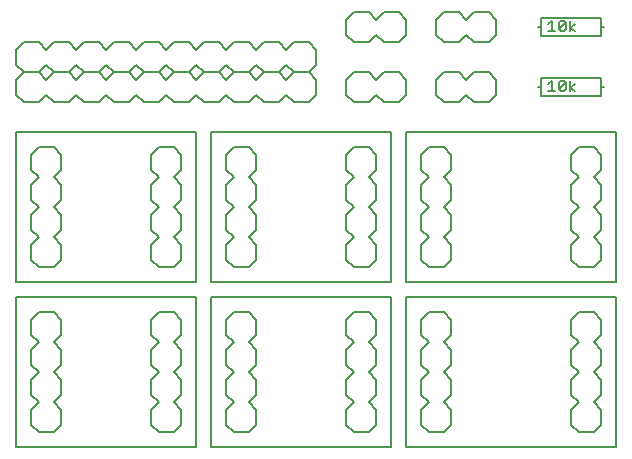
<source format=gto>
G75*
%MOIN*%
%OFA0B0*%
%FSLAX25Y25*%
%IPPOS*%
%LPD*%
%AMOC8*
5,1,8,0,0,1.08239X$1,22.5*
%
%ADD10C,0.00800*%
%ADD11C,0.00500*%
%ADD12C,0.00600*%
D10*
X0129135Y0014300D02*
X0129135Y0019300D01*
X0131635Y0021800D01*
X0129135Y0024300D01*
X0129135Y0029300D01*
X0131635Y0031800D01*
X0129135Y0034300D01*
X0129135Y0039300D01*
X0131635Y0041800D01*
X0129135Y0044300D01*
X0129135Y0049300D01*
X0131635Y0051800D01*
X0136635Y0051800D01*
X0139135Y0049300D01*
X0139135Y0044300D01*
X0136635Y0041800D01*
X0139135Y0039300D01*
X0139135Y0034300D01*
X0136635Y0031800D01*
X0139135Y0029300D01*
X0139135Y0024300D01*
X0136635Y0021800D01*
X0139135Y0019300D01*
X0139135Y0014300D01*
X0136635Y0011800D01*
X0131635Y0011800D01*
X0129135Y0014300D01*
X0169135Y0014300D02*
X0169135Y0019300D01*
X0171635Y0021800D01*
X0169135Y0024300D01*
X0169135Y0029300D01*
X0171635Y0031800D01*
X0169135Y0034300D01*
X0169135Y0039300D01*
X0171635Y0041800D01*
X0169135Y0044300D01*
X0169135Y0049300D01*
X0171635Y0051800D01*
X0176635Y0051800D01*
X0179135Y0049300D01*
X0179135Y0044300D01*
X0176635Y0041800D01*
X0179135Y0039300D01*
X0179135Y0034300D01*
X0176635Y0031800D01*
X0179135Y0029300D01*
X0179135Y0024300D01*
X0176635Y0021800D01*
X0179135Y0019300D01*
X0179135Y0014300D01*
X0176635Y0011800D01*
X0171635Y0011800D01*
X0169135Y0014300D01*
X0194135Y0014300D02*
X0194135Y0019300D01*
X0196635Y0021800D01*
X0194135Y0024300D01*
X0194135Y0029300D01*
X0196635Y0031800D01*
X0194135Y0034300D01*
X0194135Y0039300D01*
X0196635Y0041800D01*
X0194135Y0044300D01*
X0194135Y0049300D01*
X0196635Y0051800D01*
X0201635Y0051800D01*
X0204135Y0049300D01*
X0204135Y0044300D01*
X0201635Y0041800D01*
X0204135Y0039300D01*
X0204135Y0034300D01*
X0201635Y0031800D01*
X0204135Y0029300D01*
X0204135Y0024300D01*
X0201635Y0021800D01*
X0204135Y0019300D01*
X0204135Y0014300D01*
X0201635Y0011800D01*
X0196635Y0011800D01*
X0194135Y0014300D01*
X0234135Y0014300D02*
X0234135Y0019300D01*
X0236635Y0021800D01*
X0234135Y0024300D01*
X0234135Y0029300D01*
X0236635Y0031800D01*
X0234135Y0034300D01*
X0234135Y0039300D01*
X0236635Y0041800D01*
X0234135Y0044300D01*
X0234135Y0049300D01*
X0236635Y0051800D01*
X0241635Y0051800D01*
X0244135Y0049300D01*
X0244135Y0044300D01*
X0241635Y0041800D01*
X0244135Y0039300D01*
X0244135Y0034300D01*
X0241635Y0031800D01*
X0244135Y0029300D01*
X0244135Y0024300D01*
X0241635Y0021800D01*
X0244135Y0019300D01*
X0244135Y0014300D01*
X0241635Y0011800D01*
X0236635Y0011800D01*
X0234135Y0014300D01*
X0259135Y0014300D02*
X0261635Y0011800D01*
X0266635Y0011800D01*
X0269135Y0014300D01*
X0269135Y0019300D01*
X0266635Y0021800D01*
X0269135Y0024300D01*
X0269135Y0029300D01*
X0266635Y0031800D01*
X0269135Y0034300D01*
X0269135Y0039300D01*
X0266635Y0041800D01*
X0269135Y0044300D01*
X0269135Y0049300D01*
X0266635Y0051800D01*
X0261635Y0051800D01*
X0259135Y0049300D01*
X0259135Y0044300D01*
X0261635Y0041800D01*
X0259135Y0039300D01*
X0259135Y0034300D01*
X0261635Y0031800D01*
X0259135Y0029300D01*
X0259135Y0024300D01*
X0261635Y0021800D01*
X0259135Y0019300D01*
X0259135Y0014300D01*
X0309135Y0014300D02*
X0309135Y0019300D01*
X0311635Y0021800D01*
X0309135Y0024300D01*
X0309135Y0029300D01*
X0311635Y0031800D01*
X0309135Y0034300D01*
X0309135Y0039300D01*
X0311635Y0041800D01*
X0309135Y0044300D01*
X0309135Y0049300D01*
X0311635Y0051800D01*
X0316635Y0051800D01*
X0319135Y0049300D01*
X0319135Y0044300D01*
X0316635Y0041800D01*
X0319135Y0039300D01*
X0319135Y0034300D01*
X0316635Y0031800D01*
X0319135Y0029300D01*
X0319135Y0024300D01*
X0316635Y0021800D01*
X0319135Y0019300D01*
X0319135Y0014300D01*
X0316635Y0011800D01*
X0311635Y0011800D01*
X0309135Y0014300D01*
X0311635Y0066800D02*
X0316635Y0066800D01*
X0319135Y0069300D01*
X0319135Y0074300D01*
X0316635Y0076800D01*
X0319135Y0079300D01*
X0319135Y0084300D01*
X0316635Y0086800D01*
X0319135Y0089300D01*
X0319135Y0094300D01*
X0316635Y0096800D01*
X0319135Y0099300D01*
X0319135Y0104300D01*
X0316635Y0106800D01*
X0311635Y0106800D01*
X0309135Y0104300D01*
X0309135Y0099300D01*
X0311635Y0096800D01*
X0309135Y0094300D01*
X0309135Y0089300D01*
X0311635Y0086800D01*
X0309135Y0084300D01*
X0309135Y0079300D01*
X0311635Y0076800D01*
X0309135Y0074300D01*
X0309135Y0069300D01*
X0311635Y0066800D01*
X0269135Y0069300D02*
X0266635Y0066800D01*
X0261635Y0066800D01*
X0259135Y0069300D01*
X0259135Y0074300D01*
X0261635Y0076800D01*
X0259135Y0079300D01*
X0259135Y0084300D01*
X0261635Y0086800D01*
X0259135Y0089300D01*
X0259135Y0094300D01*
X0261635Y0096800D01*
X0259135Y0099300D01*
X0259135Y0104300D01*
X0261635Y0106800D01*
X0266635Y0106800D01*
X0269135Y0104300D01*
X0269135Y0099300D01*
X0266635Y0096800D01*
X0269135Y0094300D01*
X0269135Y0089300D01*
X0266635Y0086800D01*
X0269135Y0084300D01*
X0269135Y0079300D01*
X0266635Y0076800D01*
X0269135Y0074300D01*
X0269135Y0069300D01*
X0244135Y0069300D02*
X0241635Y0066800D01*
X0236635Y0066800D01*
X0234135Y0069300D01*
X0234135Y0074300D01*
X0236635Y0076800D01*
X0234135Y0079300D01*
X0234135Y0084300D01*
X0236635Y0086800D01*
X0234135Y0089300D01*
X0234135Y0094300D01*
X0236635Y0096800D01*
X0234135Y0099300D01*
X0234135Y0104300D01*
X0236635Y0106800D01*
X0241635Y0106800D01*
X0244135Y0104300D01*
X0244135Y0099300D01*
X0241635Y0096800D01*
X0244135Y0094300D01*
X0244135Y0089300D01*
X0241635Y0086800D01*
X0244135Y0084300D01*
X0244135Y0079300D01*
X0241635Y0076800D01*
X0244135Y0074300D01*
X0244135Y0069300D01*
X0204135Y0069300D02*
X0201635Y0066800D01*
X0196635Y0066800D01*
X0194135Y0069300D01*
X0194135Y0074300D01*
X0196635Y0076800D01*
X0194135Y0079300D01*
X0194135Y0084300D01*
X0196635Y0086800D01*
X0194135Y0089300D01*
X0194135Y0094300D01*
X0196635Y0096800D01*
X0194135Y0099300D01*
X0194135Y0104300D01*
X0196635Y0106800D01*
X0201635Y0106800D01*
X0204135Y0104300D01*
X0204135Y0099300D01*
X0201635Y0096800D01*
X0204135Y0094300D01*
X0204135Y0089300D01*
X0201635Y0086800D01*
X0204135Y0084300D01*
X0204135Y0079300D01*
X0201635Y0076800D01*
X0204135Y0074300D01*
X0204135Y0069300D01*
X0179135Y0069300D02*
X0176635Y0066800D01*
X0171635Y0066800D01*
X0169135Y0069300D01*
X0169135Y0074300D01*
X0171635Y0076800D01*
X0169135Y0079300D01*
X0169135Y0084300D01*
X0171635Y0086800D01*
X0169135Y0089300D01*
X0169135Y0094300D01*
X0171635Y0096800D01*
X0169135Y0099300D01*
X0169135Y0104300D01*
X0171635Y0106800D01*
X0176635Y0106800D01*
X0179135Y0104300D01*
X0179135Y0099300D01*
X0176635Y0096800D01*
X0179135Y0094300D01*
X0179135Y0089300D01*
X0176635Y0086800D01*
X0179135Y0084300D01*
X0179135Y0079300D01*
X0176635Y0076800D01*
X0179135Y0074300D01*
X0179135Y0069300D01*
X0139135Y0069300D02*
X0136635Y0066800D01*
X0131635Y0066800D01*
X0129135Y0069300D01*
X0129135Y0074300D01*
X0131635Y0076800D01*
X0129135Y0079300D01*
X0129135Y0084300D01*
X0131635Y0086800D01*
X0129135Y0089300D01*
X0129135Y0094300D01*
X0131635Y0096800D01*
X0129135Y0099300D01*
X0129135Y0104300D01*
X0131635Y0106800D01*
X0136635Y0106800D01*
X0139135Y0104300D01*
X0139135Y0099300D01*
X0136635Y0096800D01*
X0139135Y0094300D01*
X0139135Y0089300D01*
X0136635Y0086800D01*
X0139135Y0084300D01*
X0139135Y0079300D01*
X0136635Y0076800D01*
X0139135Y0074300D01*
X0139135Y0069300D01*
X0136635Y0121800D02*
X0134135Y0124300D01*
X0131635Y0121800D01*
X0126635Y0121800D01*
X0124135Y0124300D01*
X0124135Y0129300D01*
X0126635Y0131800D01*
X0131635Y0131800D01*
X0134135Y0134300D01*
X0136635Y0131800D01*
X0141635Y0131800D01*
X0144135Y0134300D01*
X0146635Y0131800D01*
X0151635Y0131800D01*
X0154135Y0134300D01*
X0156635Y0131800D01*
X0161635Y0131800D01*
X0164135Y0134300D01*
X0166635Y0131800D01*
X0171635Y0131800D01*
X0174135Y0134300D01*
X0176635Y0131800D01*
X0181635Y0131800D01*
X0184135Y0134300D01*
X0186635Y0131800D01*
X0191635Y0131800D01*
X0194135Y0134300D01*
X0196635Y0131800D01*
X0201635Y0131800D01*
X0204135Y0134300D01*
X0206635Y0131800D01*
X0211635Y0131800D01*
X0214135Y0134300D01*
X0216635Y0131800D01*
X0221635Y0131800D01*
X0224135Y0134300D01*
X0224135Y0139300D01*
X0221635Y0141800D01*
X0216635Y0141800D01*
X0214135Y0139300D01*
X0211635Y0141800D01*
X0206635Y0141800D01*
X0204135Y0139300D01*
X0201635Y0141800D01*
X0196635Y0141800D01*
X0194135Y0139300D01*
X0191635Y0141800D01*
X0186635Y0141800D01*
X0184135Y0139300D01*
X0181635Y0141800D01*
X0176635Y0141800D01*
X0174135Y0139300D01*
X0171635Y0141800D01*
X0166635Y0141800D01*
X0164135Y0139300D01*
X0161635Y0141800D01*
X0156635Y0141800D01*
X0154135Y0139300D01*
X0151635Y0141800D01*
X0146635Y0141800D01*
X0144135Y0139300D01*
X0141635Y0141800D01*
X0136635Y0141800D01*
X0134135Y0139300D01*
X0131635Y0141800D01*
X0126635Y0141800D01*
X0124135Y0139300D01*
X0124135Y0134300D01*
X0126635Y0131800D01*
X0131635Y0131800D01*
X0134135Y0129300D01*
X0136635Y0131800D01*
X0141635Y0131800D01*
X0144135Y0129300D01*
X0146635Y0131800D01*
X0151635Y0131800D01*
X0154135Y0129300D01*
X0156635Y0131800D01*
X0161635Y0131800D01*
X0164135Y0129300D01*
X0166635Y0131800D01*
X0171635Y0131800D01*
X0174135Y0129300D01*
X0176635Y0131800D01*
X0181635Y0131800D01*
X0184135Y0129300D01*
X0186635Y0131800D01*
X0191635Y0131800D01*
X0194135Y0129300D01*
X0196635Y0131800D01*
X0201635Y0131800D01*
X0204135Y0129300D01*
X0206635Y0131800D01*
X0211635Y0131800D01*
X0214135Y0129300D01*
X0216635Y0131800D01*
X0221635Y0131800D01*
X0224135Y0129300D01*
X0224135Y0124300D01*
X0221635Y0121800D01*
X0216635Y0121800D01*
X0214135Y0124300D01*
X0211635Y0121800D01*
X0206635Y0121800D01*
X0204135Y0124300D01*
X0201635Y0121800D01*
X0196635Y0121800D01*
X0194135Y0124300D01*
X0191635Y0121800D01*
X0186635Y0121800D01*
X0184135Y0124300D01*
X0181635Y0121800D01*
X0176635Y0121800D01*
X0174135Y0124300D01*
X0171635Y0121800D01*
X0166635Y0121800D01*
X0164135Y0124300D01*
X0161635Y0121800D01*
X0156635Y0121800D01*
X0154135Y0124300D01*
X0151635Y0121800D01*
X0146635Y0121800D01*
X0144135Y0124300D01*
X0141635Y0121800D01*
X0136635Y0121800D01*
X0234135Y0124300D02*
X0236635Y0121800D01*
X0241635Y0121800D01*
X0244135Y0124300D01*
X0246635Y0121800D01*
X0251635Y0121800D01*
X0254135Y0124300D01*
X0254135Y0129300D01*
X0251635Y0131800D01*
X0246635Y0131800D01*
X0244135Y0129300D01*
X0241635Y0131800D01*
X0236635Y0131800D01*
X0234135Y0129300D01*
X0234135Y0124300D01*
X0264135Y0124300D02*
X0266635Y0121800D01*
X0271635Y0121800D01*
X0274135Y0124300D01*
X0276635Y0121800D01*
X0281635Y0121800D01*
X0284135Y0124300D01*
X0284135Y0129300D01*
X0281635Y0131800D01*
X0276635Y0131800D01*
X0274135Y0129300D01*
X0271635Y0131800D01*
X0266635Y0131800D01*
X0264135Y0129300D01*
X0264135Y0124300D01*
X0298135Y0126800D02*
X0299135Y0126800D01*
X0299135Y0129800D01*
X0319135Y0129800D01*
X0319135Y0126800D01*
X0320135Y0126800D01*
X0319135Y0126800D02*
X0319135Y0123800D01*
X0299135Y0123800D01*
X0299135Y0126800D01*
X0281635Y0141800D02*
X0276635Y0141800D01*
X0274135Y0144300D01*
X0271635Y0141800D01*
X0266635Y0141800D01*
X0264135Y0144300D01*
X0264135Y0149300D01*
X0266635Y0151800D01*
X0271635Y0151800D01*
X0274135Y0149300D01*
X0276635Y0151800D01*
X0281635Y0151800D01*
X0284135Y0149300D01*
X0284135Y0144300D01*
X0281635Y0141800D01*
X0298135Y0146800D02*
X0299135Y0146800D01*
X0299135Y0149800D01*
X0319135Y0149800D01*
X0319135Y0146800D01*
X0320135Y0146800D01*
X0319135Y0146800D02*
X0319135Y0143800D01*
X0299135Y0143800D01*
X0299135Y0146800D01*
X0254135Y0144300D02*
X0251635Y0141800D01*
X0246635Y0141800D01*
X0244135Y0144300D01*
X0241635Y0141800D01*
X0236635Y0141800D01*
X0234135Y0144300D01*
X0234135Y0149300D01*
X0236635Y0151800D01*
X0241635Y0151800D01*
X0244135Y0149300D01*
X0246635Y0151800D01*
X0251635Y0151800D01*
X0254135Y0149300D01*
X0254135Y0144300D01*
D11*
X0184135Y0006800D02*
X0124135Y0006800D01*
X0124135Y0056800D01*
X0184135Y0056800D01*
X0184135Y0006800D01*
X0189135Y0006800D02*
X0249135Y0006800D01*
X0249135Y0056800D01*
X0189135Y0056800D01*
X0189135Y0006800D01*
X0254135Y0006800D02*
X0324135Y0006800D01*
X0324135Y0056800D01*
X0254135Y0056800D01*
X0254135Y0006800D01*
X0254135Y0061800D02*
X0324135Y0061800D01*
X0324135Y0111800D01*
X0254135Y0111800D01*
X0254135Y0061800D01*
X0249135Y0061800D02*
X0189135Y0061800D01*
X0189135Y0111800D01*
X0249135Y0111800D01*
X0249135Y0061800D01*
X0184135Y0061800D02*
X0124135Y0061800D01*
X0124135Y0111800D01*
X0184135Y0111800D01*
X0184135Y0061800D01*
D12*
X0301435Y0125600D02*
X0303704Y0125600D01*
X0302570Y0125600D02*
X0302570Y0129003D01*
X0301435Y0127869D01*
X0305118Y0128436D02*
X0305118Y0126167D01*
X0307387Y0128436D01*
X0307387Y0126167D01*
X0306820Y0125600D01*
X0305686Y0125600D01*
X0305118Y0126167D01*
X0308802Y0125600D02*
X0308802Y0129003D01*
X0307387Y0128436D02*
X0306820Y0129003D01*
X0305686Y0129003D01*
X0305118Y0128436D01*
X0308802Y0126734D02*
X0310503Y0127869D01*
X0308802Y0126734D02*
X0310503Y0125600D01*
X0310503Y0145600D02*
X0308802Y0146734D01*
X0310503Y0147869D01*
X0308802Y0149003D02*
X0308802Y0145600D01*
X0307387Y0146167D02*
X0306820Y0145600D01*
X0305686Y0145600D01*
X0305118Y0146167D01*
X0307387Y0148436D01*
X0307387Y0146167D01*
X0305118Y0146167D02*
X0305118Y0148436D01*
X0305686Y0149003D01*
X0306820Y0149003D01*
X0307387Y0148436D01*
X0302570Y0149003D02*
X0302570Y0145600D01*
X0303704Y0145600D02*
X0301435Y0145600D01*
X0301435Y0147869D02*
X0302570Y0149003D01*
M02*

</source>
